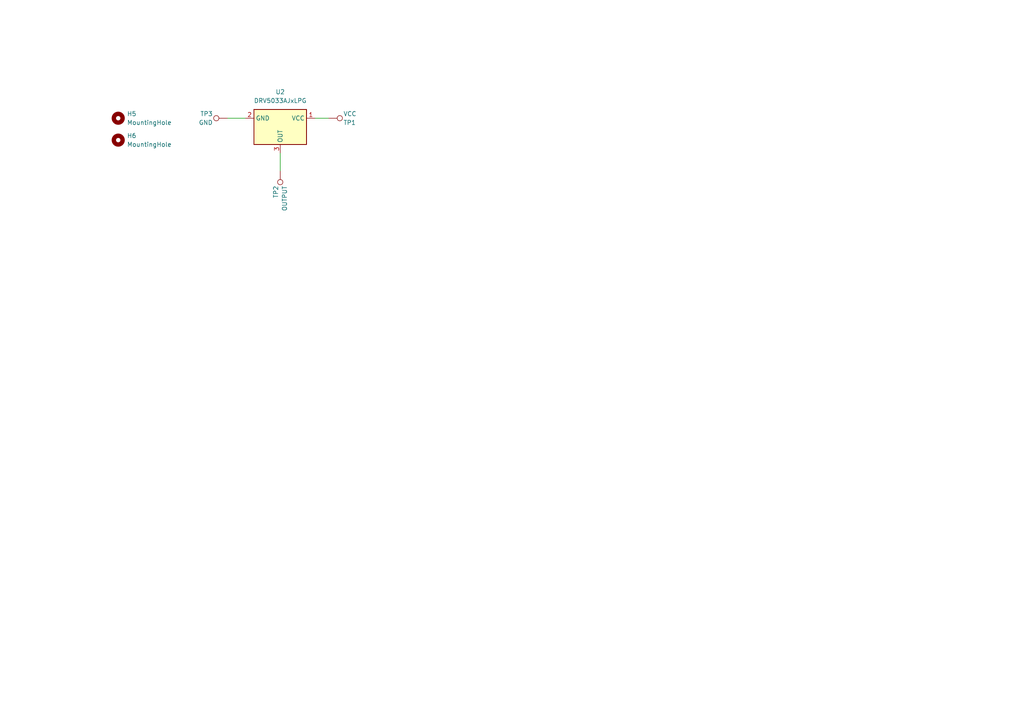
<source format=kicad_sch>
(kicad_sch (version 20250114) (generator "eeschema") (generator_version "9.0")
  (paper "A4")
  (lib_symbols
    (symbol "Connector:TestPoint" (pin_numbers (hide yes)) (pin_names (offset 0.762) (hide yes))
      (property "Reference" "TP" (at 0 6.858 0))
      (property "Value" "TestPoint" (at 0 5.08 0))
      (symbol "TestPoint_0_1"
        (circle (center 0 3.302) (radius 0.762))
      )
      (symbol "TestPoint_1_1"
        (pin passive line (at 0 0 90) (length 2.54) (name "1") (number "1"))
      )
    )
    (symbol "Mechanical:MountingHole" (pin_names (offset 1.016)) (exclude_from_sim yes) (in_bom no)
      (property "Reference" "H" (at 0 5.08 0))
      (property "Value" "MountingHole" (at 0 3.175 0))
      (symbol "MountingHole_0_1"
        (circle (center 0 0) (radius 1.27) (stroke (width 1.27)))
      )
    )
    (symbol "Sensor_Magnetic:DRV5033AJxLPG"
      (property "Reference" "U" (at 5.08 12.7 0))
      (property "Value" "DRV5033AJxLPG" (at 7.62 10.16 0))
      (symbol "DRV5033AJxLPG_1_1"
        (rectangle (start -5.08 7.62) (end 5.08 -7.62) (stroke (width 0.254)) (fill (type background)))
        (pin power_in line (at -2.54 10.16 270) (length 2.54) (name "VCC") (number "1"))
        (pin power_in line (at -2.54 -10.16 90) (length 2.54) (name "GND") (number "2"))
        (pin output line (at 7.62 0 180) (length 2.54) (name "OUT") (number "3"))
      )
    )
  )
  (wire (pts (xy 91.44 34.29) (xy 95.25 34.29)))
  (wire (pts (xy 81.28 44.45) (xy 81.28 49.53)))
  (wire (pts (xy 66.04 34.29) (xy 71.12 34.29)))
  (symbol (lib_id "Sensor_Magnetic:DRV5033AJxLPG") (at 81.28 36.83 270) (unit 1)
    (property "Reference" "U2" (at 81.28 26.67 90))
    (property "Value" "DRV5033AJxLPG" (at 81.28 29.21 90))
    (property "Footprint" "Package_TO_SOT_THT:TO-92_Inline" (effects (hide yes)))
    (property "Datasheet" "https://www.ti.com/lit/ds/symlink/drv5033.pdf" (effects (hide yes)))
    (property "Description" "±6.9 / ±3.5 mT, 20-kHz, 2-38V, TO-92" (effects (hide yes)))
  )
  (symbol (lib_id "Mechanical:MountingHole") (at 34.29 34.29 0) (unit 1) (exclude_from_sim yes) (in_bom no)
    (property "Reference" "H5" (at 36.83 33.0199 0) (effects (justify left)))
    (property "Value" "MountingHole" (at 36.83 35.5599 0) (effects (justify left)))
    (property "Footprint" "MountingHole:MountingHole_2.2mm_M2_DIN965_Pad_TopBottom" (effects (hide yes)))
    (property "Description" "Mounting Hole without connection" (effects (hide yes)))
  )
  (symbol (lib_id "Connector:TestPoint") (at 95.25 34.29 270) (unit 1)
    (property "Reference" "TP1" (at 99.568 35.56 90) (effects (justify left)))
    (property "Value" "VCC" (at 99.568 33.02 90) (effects (justify left)))
    (property "Footprint" "Connector_Wire:SolderWirePad_1x01_SMD_1x2mm" (effects (hide yes)))
    (property "Description" "test point" (effects (hide yes)))
  )
  (symbol (lib_id "Mechanical:MountingHole") (at 34.29 40.64 0) (unit 1) (exclude_from_sim yes) (in_bom no)
    (property "Reference" "H6" (at 36.83 39.3699 0) (effects (justify left)))
    (property "Value" "MountingHole" (at 36.83 41.9099 0) (effects (justify left)))
    (property "Footprint" "MountingHole:MountingHole_2.2mm_M2_DIN965_Pad_TopBottom" (effects (hide yes)))
    (property "Description" "Mounting Hole without connection" (effects (hide yes)))
  )
  (symbol (lib_id "Connector:TestPoint") (at 81.28 49.53 180) (unit 1)
    (property "Reference" "TP2" (at 80.01 53.848 90) (effects (justify left)))
    (property "Value" "OUTPUT" (at 82.55 53.848 90) (effects (justify left)))
    (property "Footprint" "Connector_Wire:SolderWirePad_1x01_SMD_1x2mm" (effects (hide yes)))
    (property "Description" "test point" (effects (hide yes)))
  )
  (symbol (lib_id "Connector:TestPoint") (at 66.04 34.29 90) (unit 1)
    (property "Reference" "TP3" (at 61.722 33.02 90) (effects (justify left)))
    (property "Value" "GND" (at 61.722 35.56 90) (effects (justify left)))
    (property "Footprint" "Connector_Wire:SolderWirePad_1x01_SMD_1x2mm" (effects (hide yes)))
    (property "Description" "test point" (effects (hide yes)))
  )
)
</source>
